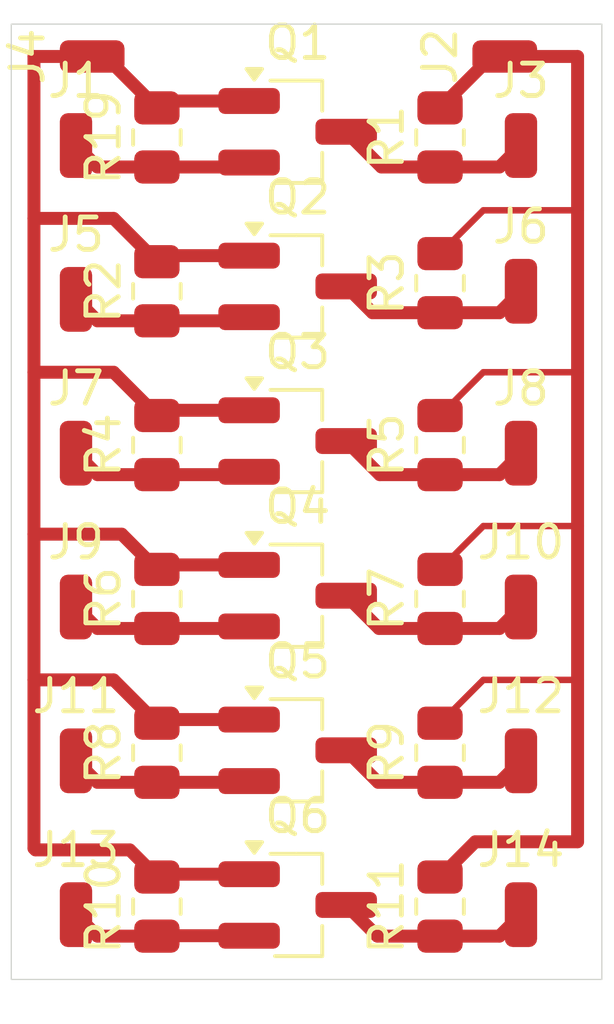
<source format=kicad_pcb>
(kicad_pcb (version 20241229) (generator "pcbnew") (generator_version "9.0")
  (layers (0 "F.Cu" signal "Front") (4 "In1.Cu" signal) (6 "In2.Cu" signal) (2 "B.Cu" signal "Back") (13 "F.Paste" user) (15 "B.Paste" user) (5 "F.SilkS" user "F.Silkscreen") (7 "B.SilkS" user "B.Silkscreen") (1 "F.Mask" user) (3 "B.Mask" user) (25 "Edge.Cuts" user))
  (net 0 "")
  (net 1 "Net-(J1-Pin_1)")
  (net 2 "+5V")
  (net 3 "Net-(J3-Pin_1)")
  (net 4 "+3.3V")
  (net 5 "Net-(J5-Pin_1)")
  (net 6 "Net-(J6-Pin_1)")
  (net 7 "Net-(J7-Pin_1)")
  (net 8 "Net-(J8-Pin_1)")
  (net 9 "Net-(J9-Pin_1)")
  (net 10 "Net-(J10-Pin_1)")
  (net 11 "Net-(J11-Pin_1)")
  (net 12 "Net-(J12-Pin_1)")
  (net 13 "Net-(J13-Pin_1)")
  (net 14 "Net-(J14-Pin_1)")
  (footprint "Resistor_SMD:R_0805_2012Metric" (layer "F.Cu") (at 44.25 23.5 90)
    (property "Reference" "R1" (at 0 -1.65 90) (layer "F.SilkS"))
    (property "Value" "10K")
    (fp_line (start -0.227064 -0.735) (end 0.227064 -0.735) (stroke (width 0.12)) (layer "F.SilkS"))
    (fp_line (start -0.227064 0.735) (end 0.227064 0.735) (stroke (width 0.12)) (layer "F.SilkS"))
    (pad "1" smd roundrect (at -0.9125 0 90) (size 1.025 1.4) (layers "F.Cu" "F.Mask" "F.Paste") (roundrect_rratio 0.243902) (net 3 "Net-(J3-Pin_1)"))
    (pad "2" smd roundrect (at 0.9125 0 90) (size 1.025 1.4) (layers "F.Cu" "F.Mask" "F.Paste") (roundrect_rratio 0.243902) (net 2 "+5V"))
  )
  (footprint "Resistor_SMD:R_0805_2012Metric" (layer "F.Cu") (at 44.25 28 90)
    (property "Reference" "R3" (at 0 -1.65 90) (layer "F.SilkS"))
    (property "Value" "10K")
    (fp_line (start -0.227064 -0.735) (end 0.227064 -0.735) (stroke (width 0.12)) (layer "F.SilkS"))
    (fp_line (start -0.227064 0.735) (end 0.227064 0.735) (stroke (width 0.12)) (layer "F.SilkS"))
    (pad "1" smd roundrect (at -0.9125 0 90) (size 1.025 1.4) (layers "F.Cu" "F.Mask" "F.Paste") (roundrect_rratio 0.243902) (net 6 "Net-(J6-Pin_1)"))
    (pad "2" smd roundrect (at 0.9125 0 90) (size 1.025 1.4) (layers "F.Cu" "F.Mask" "F.Paste") (roundrect_rratio 0.243902) (net 2 "+5V"))
  )
  (footprint "Connector_Wire:SolderWirePad_1x01_SMD_1x2mm" (layer "F.Cu") (at 33 33.25)
    (property "Reference" "J7" (at 0 -2 0) (layer "F.SilkS"))
    (property "Value" "L3")
    (pad "1" smd roundrect (at 0 0) (size 1 2) (layers "F.Cu" "F.Mask") (net 7 "Net-(J7-Pin_1)"))
  )
  (footprint "Connector_Wire:SolderWirePad_1x01_SMD_1x2mm" (layer "F.Cu") (at 46.75 33.25)
    (property "Reference" "J8" (at 0 -2 0) (layer "F.SilkS"))
    (property "Value" "H3")
    (pad "1" smd roundrect (at 0 0) (size 1 2) (layers "F.Cu" "F.Mask") (net 8 "Net-(J8-Pin_1)"))
  )
  (footprint "Connector_Wire:SolderWirePad_1x01_SMD_1x2mm" (layer "F.Cu") (at 33 23.75)
    (property "Reference" "J1" (at 0 -2 0) (layer "F.SilkS"))
    (property "Value" "L1")
    (pad "1" smd roundrect (at 0 0) (size 1 2) (layers "F.Cu" "F.Mask") (net 1 "Net-(J1-Pin_1)"))
  )
  (footprint "Resistor_SMD:R_0805_2012Metric" (layer "F.Cu") (at 35.5 47.25 90)
    (property "Reference" "R10" (at 0 -1.65 90) (layer "F.SilkS"))
    (property "Value" "10K")
    (fp_line (start -0.227064 -0.735) (end 0.227064 -0.735) (stroke (width 0.12)) (layer "F.SilkS"))
    (fp_line (start -0.227064 0.735) (end 0.227064 0.735) (stroke (width 0.12)) (layer "F.SilkS"))
    (pad "1" smd roundrect (at -0.9125 0 90) (size 1.025 1.4) (layers "F.Cu" "F.Mask" "F.Paste") (roundrect_rratio 0.243902) (net 13 "Net-(J13-Pin_1)"))
    (pad "2" smd roundrect (at 0.9125 0 90) (size 1.025 1.4) (layers "F.Cu" "F.Mask" "F.Paste") (roundrect_rratio 0.243902) (net 4 "+3.3V"))
  )
  (footprint "Resistor_SMD:R_0805_2012Metric" (layer "F.Cu") (at 35.5 42.5 90)
    (property "Reference" "R8" (at 0 -1.65 90) (layer "F.SilkS"))
    (property "Value" "10K")
    (fp_line (start -0.227064 -0.735) (end 0.227064 -0.735) (stroke (width 0.12)) (layer "F.SilkS"))
    (fp_line (start -0.227064 0.735) (end 0.227064 0.735) (stroke (width 0.12)) (layer "F.SilkS"))
    (pad "1" smd roundrect (at -0.9125 0 90) (size 1.025 1.4) (layers "F.Cu" "F.Mask" "F.Paste") (roundrect_rratio 0.243902) (net 11 "Net-(J11-Pin_1)"))
    (pad "2" smd roundrect (at 0.9125 0 90) (size 1.025 1.4) (layers "F.Cu" "F.Mask" "F.Paste") (roundrect_rratio 0.243902) (net 4 "+3.3V"))
  )
  (footprint "Connector_Wire:SolderWirePad_1x01_SMD_1x2mm" (layer "F.Cu") (at 46.75 42.75)
    (property "Reference" "J12" (at 0 -2 0) (layer "F.SilkS"))
    (property "Value" "H5")
    (pad "1" smd roundrect (at 0 0) (size 1 2) (layers "F.Cu" "F.Mask") (net 12 "Net-(J12-Pin_1)"))
  )
  (footprint "Connector_Wire:SolderWirePad_1x01_SMD_1x2mm" (layer "F.Cu") (at 33 42.75)
    (property "Reference" "J11" (at 0 -2 0) (layer "F.SilkS"))
    (property "Value" "L5")
    (pad "1" smd roundrect (at 0 0) (size 1 2) (layers "F.Cu" "F.Mask") (net 11 "Net-(J11-Pin_1)"))
  )
  (footprint "Connector_Wire:SolderWirePad_1x01_SMD_1x2mm" (layer "F.Cu") (at 33 28.5)
    (property "Reference" "J5" (at 0 -2 0) (layer "F.SilkS"))
    (property "Value" "L2")
    (pad "1" smd roundrect (at 0 0) (size 1 2) (layers "F.Cu" "F.Mask") (net 5 "Net-(J5-Pin_1)"))
  )
  (footprint "Resistor_SMD:R_0805_2012Metric" (layer "F.Cu") (at 35.5 33 90)
    (property "Reference" "R4" (at 0 -1.65 90) (layer "F.SilkS"))
    (property "Value" "10K")
    (fp_line (start -0.227064 -0.735) (end 0.227064 -0.735) (stroke (width 0.12)) (layer "F.SilkS"))
    (fp_line (start -0.227064 0.735) (end 0.227064 0.735) (stroke (width 0.12)) (layer "F.SilkS"))
    (pad "1" smd roundrect (at -0.9125 0 90) (size 1.025 1.4) (layers "F.Cu" "F.Mask" "F.Paste") (roundrect_rratio 0.243902) (net 7 "Net-(J7-Pin_1)"))
    (pad "2" smd roundrect (at 0.9125 0 90) (size 1.025 1.4) (layers "F.Cu" "F.Mask" "F.Paste") (roundrect_rratio 0.243902) (net 4 "+3.3V"))
  )
  (footprint "Package_TO_SOT_SMD:SOT-23_Handsoldering" (layer "F.Cu") (at 39.85 47.2)
    (property "Reference" "Q6" (at 0 -2.75 0) (layer "F.SilkS"))
    (property "Value" "Q_NMOS_GSD")
    (fp_line (start -0.04 -1.58) (end -0.84 -1.58) (stroke (width 0.12)) (layer "F.SilkS"))
    (fp_line (start -0.04 -1.58) (end 0.76 -1.58) (stroke (width 0.12)) (layer "F.SilkS"))
    (fp_line (start 0.76 -1.58) (end 0.76 -0.65) (stroke (width 0.12)) (layer "F.SilkS"))
    (fp_line (start 0.76 1.58) (end -0.7 1.58) (stroke (width 0.12)) (layer "F.SilkS"))
    (fp_line (start 0.76 1.58) (end 0.76 0.65) (stroke (width 0.12)) (layer "F.SilkS"))
    (fp_poly (pts (xy -1.34 -1.61) (xy -1.58 -1.94) (xy -1.1 -1.94) (xy -1.34 -1.61)) (stroke (width 0.12)) (fill yes) (layer "F.SilkS"))
    (pad "1" smd roundrect (at -1.5 -0.95) (size 1.9 0.8) (layers "F.Cu" "F.Mask" "F.Paste") (net 4 "+3.3V"))
    (pad "2" smd roundrect (at -1.5 0.95) (size 1.9 0.8) (layers "F.Cu" "F.Mask" "F.Paste") (net 13 "Net-(J13-Pin_1)"))
    (pad "3" smd roundrect (at 1.5 0) (size 1.9 0.8) (layers "F.Cu" "F.Mask" "F.Paste") (net 14 "Net-(J14-Pin_1)"))
  )
  (footprint "Connector_Wire:SolderWirePad_1x01_SMD_1x2mm" (layer "F.Cu") (at 33 47.5)
    (property "Reference" "J13" (at 0 -2 0) (layer "F.SilkS"))
    (property "Value" "L6")
    (pad "1" smd roundrect (at 0 0) (size 1 2) (layers "F.Cu" "F.Mask") (net 13 "Net-(J13-Pin_1)"))
  )
  (footprint "Resistor_SMD:R_0805_2012Metric" (layer "F.Cu") (at 35.5 23.5 90)
    (property "Reference" "R19" (at 0 -1.65 90) (layer "F.SilkS"))
    (property "Value" "10K")
    (fp_line (start -0.227064 -0.735) (end 0.227064 -0.735) (stroke (width 0.12)) (layer "F.SilkS"))
    (fp_line (start -0.227064 0.735) (end 0.227064 0.735) (stroke (width 0.12)) (layer "F.SilkS"))
    (pad "1" smd roundrect (at -0.9125 0 90) (size 1.025 1.4) (layers "F.Cu" "F.Mask" "F.Paste") (roundrect_rratio 0.243902) (net 1 "Net-(J1-Pin_1)"))
    (pad "2" smd roundrect (at 0.9125 0 90) (size 1.025 1.4) (layers "F.Cu" "F.Mask" "F.Paste") (roundrect_rratio 0.243902) (net 4 "+3.3V"))
  )
  (footprint "Connector_Wire:SolderWirePad_1x01_SMD_1x2mm" (layer "F.Cu") (at 46.75 38)
    (property "Reference" "J10" (at 0 -2 0) (layer "F.SilkS"))
    (property "Value" "H4")
    (pad "1" smd roundrect (at 0 0) (size 1 2) (layers "F.Cu" "F.Mask") (net 10 "Net-(J10-Pin_1)"))
  )
  (footprint "Package_TO_SOT_SMD:SOT-23_Handsoldering" (layer "F.Cu") (at 39.85 37.65)
    (property "Reference" "Q4" (at 0 -2.75 0) (layer "F.SilkS"))
    (property "Value" "Q_NMOS_GSD")
    (fp_line (start -0.04 -1.58) (end -0.84 -1.58) (stroke (width 0.12)) (layer "F.SilkS"))
    (fp_line (start -0.04 -1.58) (end 0.76 -1.58) (stroke (width 0.12)) (layer "F.SilkS"))
    (fp_line (start 0.76 -1.58) (end 0.76 -0.65) (stroke (width 0.12)) (layer "F.SilkS"))
    (fp_line (start 0.76 1.58) (end -0.7 1.58) (stroke (width 0.12)) (layer "F.SilkS"))
    (fp_line (start 0.76 1.58) (end 0.76 0.65) (stroke (width 0.12)) (layer "F.SilkS"))
    (fp_poly (pts (xy -1.34 -1.61) (xy -1.58 -1.94) (xy -1.1 -1.94) (xy -1.34 -1.61)) (stroke (width 0.12)) (fill yes) (layer "F.SilkS"))
    (pad "1" smd roundrect (at -1.5 -0.95) (size 1.9 0.8) (layers "F.Cu" "F.Mask" "F.Paste") (net 4 "+3.3V"))
    (pad "2" smd roundrect (at -1.5 0.95) (size 1.9 0.8) (layers "F.Cu" "F.Mask" "F.Paste") (net 9 "Net-(J9-Pin_1)"))
    (pad "3" smd roundrect (at 1.5 0) (size 1.9 0.8) (layers "F.Cu" "F.Mask" "F.Paste") (net 10 "Net-(J10-Pin_1)"))
  )
  (footprint "Package_TO_SOT_SMD:SOT-23_Handsoldering" (layer "F.Cu") (at 39.85 28.1)
    (property "Reference" "Q2" (at 0 -2.75 0) (layer "F.SilkS"))
    (property "Value" "Q_NMOS_GSD")
    (fp_line (start -0.04 -1.58) (end -0.84 -1.58) (stroke (width 0.12)) (layer "F.SilkS"))
    (fp_line (start -0.04 -1.58) (end 0.76 -1.58) (stroke (width 0.12)) (layer "F.SilkS"))
    (fp_line (start 0.76 -1.58) (end 0.76 -0.65) (stroke (width 0.12)) (layer "F.SilkS"))
    (fp_line (start 0.76 1.58) (end -0.7 1.58) (stroke (width 0.12)) (layer "F.SilkS"))
    (fp_line (start 0.76 1.58) (end 0.76 0.65) (stroke (width 0.12)) (layer "F.SilkS"))
    (fp_poly (pts (xy -1.34 -1.61) (xy -1.58 -1.94) (xy -1.1 -1.94) (xy -1.34 -1.61)) (stroke (width 0.12)) (fill yes) (layer "F.SilkS"))
    (pad "1" smd roundrect (at -1.5 -0.95) (size 1.9 0.8) (layers "F.Cu" "F.Mask" "F.Paste") (net 4 "+3.3V"))
    (pad "2" smd roundrect (at -1.5 0.95) (size 1.9 0.8) (layers "F.Cu" "F.Mask" "F.Paste") (net 5 "Net-(J5-Pin_1)"))
    (pad "3" smd roundrect (at 1.5 0) (size 1.9 0.8) (layers "F.Cu" "F.Mask" "F.Paste") (net 6 "Net-(J6-Pin_1)"))
  )
  (footprint "Package_TO_SOT_SMD:SOT-23_Handsoldering" (layer "F.Cu") (at 39.85 23.325)
    (property "Reference" "Q1" (at 0 -2.75 0) (layer "F.SilkS"))
    (property "Value" "Q_NMOS_GSD")
    (fp_line (start -0.04 -1.58) (end -0.84 -1.58) (stroke (width 0.12)) (layer "F.SilkS"))
    (fp_line (start -0.04 -1.58) (end 0.76 -1.58) (stroke (width 0.12)) (layer "F.SilkS"))
    (fp_line (start 0.76 -1.58) (end 0.76 -0.65) (stroke (width 0.12)) (layer "F.SilkS"))
    (fp_line (start 0.76 1.58) (end -0.7 1.58) (stroke (width 0.12)) (layer "F.SilkS"))
    (fp_line (start 0.76 1.58) (end 0.76 0.65) (stroke (width 0.12)) (layer "F.SilkS"))
    (fp_poly (pts (xy -1.34 -1.61) (xy -1.58 -1.94) (xy -1.1 -1.94) (xy -1.34 -1.61)) (stroke (width 0.12)) (fill yes) (layer "F.SilkS"))
    (pad "1" smd roundrect (at -1.5 -0.95) (size 1.9 0.8) (layers "F.Cu" "F.Mask" "F.Paste") (net 4 "+3.3V"))
    (pad "2" smd roundrect (at -1.5 0.95) (size 1.9 0.8) (layers "F.Cu" "F.Mask" "F.Paste") (net 1 "Net-(J1-Pin_1)"))
    (pad "3" smd roundrect (at 1.5 0) (size 1.9 0.8) (layers "F.Cu" "F.Mask" "F.Paste") (net 3 "Net-(J3-Pin_1)"))
  )
  (footprint "Package_TO_SOT_SMD:SOT-23_Handsoldering" (layer "F.Cu") (at 39.85 32.875)
    (property "Reference" "Q3" (at 0 -2.75 0) (layer "F.SilkS"))
    (property "Value" "Q_NMOS_GSD")
    (fp_line (start -0.04 -1.58) (end -0.84 -1.58) (stroke (width 0.12)) (layer "F.SilkS"))
    (fp_line (start -0.04 -1.58) (end 0.76 -1.58) (stroke (width 0.12)) (layer "F.SilkS"))
    (fp_line (start 0.76 -1.58) (end 0.76 -0.65) (stroke (width 0.12)) (layer "F.SilkS"))
    (fp_line (start 0.76 1.58) (end -0.7 1.58) (stroke (width 0.12)) (layer "F.SilkS"))
    (fp_line (start 0.76 1.58) (end 0.76 0.65) (stroke (width 0.12)) (layer "F.SilkS"))
    (fp_poly (pts (xy -1.34 -1.61) (xy -1.58 -1.94) (xy -1.1 -1.94) (xy -1.34 -1.61)) (stroke (width 0.12)) (fill yes) (layer "F.SilkS"))
    (pad "1" smd roundrect (at -1.5 -0.95) (size 1.9 0.8) (layers "F.Cu" "F.Mask" "F.Paste") (net 4 "+3.3V"))
    (pad "2" smd roundrect (at -1.5 0.95) (size 1.9 0.8) (layers "F.Cu" "F.Mask" "F.Paste") (net 7 "Net-(J7-Pin_1)"))
    (pad "3" smd roundrect (at 1.5 0) (size 1.9 0.8) (layers "F.Cu" "F.Mask" "F.Paste") (net 8 "Net-(J8-Pin_1)"))
  )
  (footprint "Connector_Wire:SolderWirePad_1x01_SMD_1x2mm" (layer "F.Cu") (at 46.75 23.75)
    (property "Reference" "J3" (at 0 -2 0) (layer "F.SilkS"))
    (property "Value" "H1")
    (pad "1" smd roundrect (at 0 0) (size 1 2) (layers "F.Cu" "F.Mask") (net 3 "Net-(J3-Pin_1)"))
  )
  (footprint "Resistor_SMD:R_0805_2012Metric" (layer "F.Cu") (at 44.25 42.5 90)
    (property "Reference" "R9" (at 0 -1.65 90) (layer "F.SilkS"))
    (property "Value" "10K")
    (fp_line (start -0.227064 -0.735) (end 0.227064 -0.735) (stroke (width 0.12)) (layer "F.SilkS"))
    (fp_line (start -0.227064 0.735) (end 0.227064 0.735) (stroke (width 0.12)) (layer "F.SilkS"))
    (pad "1" smd roundrect (at -0.9125 0 90) (size 1.025 1.4) (layers "F.Cu" "F.Mask" "F.Paste") (roundrect_rratio 0.243902) (net 12 "Net-(J12-Pin_1)"))
    (pad "2" smd roundrect (at 0.9125 0 90) (size 1.025 1.4) (layers "F.Cu" "F.Mask" "F.Paste") (roundrect_rratio 0.243902) (net 2 "+5V"))
  )
  (footprint "Resistor_SMD:R_0805_2012Metric" (layer "F.Cu") (at 44.25 33 90)
    (property "Reference" "R5" (at 0 -1.65 90) (layer "F.SilkS"))
    (property "Value" "10K")
    (fp_line (start -0.227064 -0.735) (end 0.227064 -0.735) (stroke (width 0.12)) (layer "F.SilkS"))
    (fp_line (start -0.227064 0.735) (end 0.227064 0.735) (stroke (width 0.12)) (layer "F.SilkS"))
    (pad "1" smd roundrect (at -0.9125 0 90) (size 1.025 1.4) (layers "F.Cu" "F.Mask" "F.Paste") (roundrect_rratio 0.243902) (net 8 "Net-(J8-Pin_1)"))
    (pad "2" smd roundrect (at 0.9125 0 90) (size 1.025 1.4) (layers "F.Cu" "F.Mask" "F.Paste") (roundrect_rratio 0.243902) (net 2 "+5V"))
  )
  (footprint "Connector_Wire:SolderWirePad_1x01_SMD_1x2mm" (layer "F.Cu") (at 46.75 28.25)
    (property "Reference" "J6" (at 0 -2 0) (layer "F.SilkS"))
    (property "Value" "H2")
    (pad "1" smd roundrect (at 0 0) (size 1 2) (layers "F.Cu" "F.Mask") (net 6 "Net-(J6-Pin_1)"))
  )
  (footprint "Connector_Wire:SolderWirePad_1x01_SMD_1x2mm" (layer "F.Cu") (at 33 38)
    (property "Reference" "J9" (at 0 -2 0) (layer "F.SilkS"))
    (property "Value" "L4")
    (pad "1" smd roundrect (at 0 0) (size 1 2) (layers "F.Cu" "F.Mask") (net 9 "Net-(J9-Pin_1)"))
  )
  (footprint "Connector_Wire:SolderWirePad_1x01_SMD_1x2mm" (layer "F.Cu") (at 46.25 21 90)
    (property "Reference" "J2" (at 0 -2 90) (layer "F.SilkS"))
    (property "Value" "5V")
    (pad "1" smd roundrect (at 0 0 90) (size 1 2) (layers "F.Cu" "F.Mask") (net 2 "+5V"))
  )
  (footprint "Resistor_SMD:R_0805_2012Metric" (layer "F.Cu") (at 35.5 28.25 90)
    (property "Reference" "R2" (at 0 -1.65 90) (layer "F.SilkS"))
    (property "Value" "10K")
    (fp_line (start -0.227064 -0.735) (end 0.227064 -0.735) (stroke (width 0.12)) (layer "F.SilkS"))
    (fp_line (start -0.227064 0.735) (end 0.227064 0.735) (stroke (width 0.12)) (layer "F.SilkS"))
    (pad "1" smd roundrect (at -0.9125 0 90) (size 1.025 1.4) (layers "F.Cu" "F.Mask" "F.Paste") (roundrect_rratio 0.243902) (net 5 "Net-(J5-Pin_1)"))
    (pad "2" smd roundrect (at 0.9125 0 90) (size 1.025 1.4) (layers "F.Cu" "F.Mask" "F.Paste") (roundrect_rratio 0.243902) (net 4 "+3.3V"))
  )
  (footprint "Resistor_SMD:R_0805_2012Metric" (layer "F.Cu") (at 35.5 37.75 90)
    (property "Reference" "R6" (at 0 -1.65 90) (layer "F.SilkS"))
    (property "Value" "10K")
    (fp_line (start -0.227064 -0.735) (end 0.227064 -0.735) (stroke (width 0.12)) (layer "F.SilkS"))
    (fp_line (start -0.227064 0.735) (end 0.227064 0.735) (stroke (width 0.12)) (layer "F.SilkS"))
    (pad "1" smd roundrect (at -0.9125 0 90) (size 1.025 1.4) (layers "F.Cu" "F.Mask" "F.Paste") (roundrect_rratio 0.243902) (net 9 "Net-(J9-Pin_1)"))
    (pad "2" smd roundrect (at 0.9125 0 90) (size 1.025 1.4) (layers "F.Cu" "F.Mask" "F.Paste") (roundrect_rratio 0.243902) (net 4 "+3.3V"))
  )
  (footprint "Resistor_SMD:R_0805_2012Metric" (layer "F.Cu") (at 44.25 37.75 90)
    (property "Reference" "R7" (at 0 -1.65 90) (layer "F.SilkS"))
    (property "Value" "10K")
    (fp_line (start -0.227064 -0.735) (end 0.227064 -0.735) (stroke (width 0.12)) (layer "F.SilkS"))
    (fp_line (start -0.227064 0.735) (end 0.227064 0.735) (stroke (width 0.12)) (layer "F.SilkS"))
    (pad "1" smd roundrect (at -0.9125 0 90) (size 1.025 1.4) (layers "F.Cu" "F.Mask" "F.Paste") (roundrect_rratio 0.243902) (net 10 "Net-(J10-Pin_1)"))
    (pad "2" smd roundrect (at 0.9125 0 90) (size 1.025 1.4) (layers "F.Cu" "F.Mask" "F.Paste") (roundrect_rratio 0.243902) (net 2 "+5V"))
  )
  (footprint "Connector_Wire:SolderWirePad_1x01_SMD_1x2mm" (layer "F.Cu") (at 46.75 47.5)
    (property "Reference" "J14" (at 0 -2 0) (layer "F.SilkS"))
    (property "Value" "H6")
    (pad "1" smd roundrect (at 0 0) (size 1 2) (layers "F.Cu" "F.Mask") (net 14 "Net-(J14-Pin_1)"))
  )
  (footprint "Package_TO_SOT_SMD:SOT-23_Handsoldering" (layer "F.Cu") (at 39.85 42.425)
    (property "Reference" "Q5" (at 0 -2.75 0) (layer "F.SilkS"))
    (property "Value" "Q_NMOS_GSD")
    (fp_line (start -0.04 -1.58) (end -0.84 -1.58) (stroke (width 0.12)) (layer "F.SilkS"))
    (fp_line (start -0.04 -1.58) (end 0.76 -1.58) (stroke (width 0.12)) (layer "F.SilkS"))
    (fp_line (start 0.76 -1.58) (end 0.76 -0.65) (stroke (width 0.12)) (layer "F.SilkS"))
    (fp_line (start 0.76 1.58) (end -0.7 1.58) (stroke (width 0.12)) (layer "F.SilkS"))
    (fp_line (start 0.76 1.58) (end 0.76 0.65) (stroke (width 0.12)) (layer "F.SilkS"))
    (fp_poly (pts (xy -1.34 -1.61) (xy -1.58 -1.94) (xy -1.1 -1.94) (xy -1.34 -1.61)) (stroke (width 0.12)) (fill yes) (layer "F.SilkS"))
    (pad "1" smd roundrect (at -1.5 -0.95) (size 1.9 0.8) (layers "F.Cu" "F.Mask" "F.Paste") (net 4 "+3.3V"))
    (pad "2" smd roundrect (at -1.5 0.95) (size 1.9 0.8) (layers "F.Cu" "F.Mask" "F.Paste") (net 11 "Net-(J11-Pin_1)"))
    (pad "3" smd roundrect (at 1.5 0) (size 1.9 0.8) (layers "F.Cu" "F.Mask" "F.Paste") (net 12 "Net-(J12-Pin_1)"))
  )
  (footprint "Connector_Wire:SolderWirePad_1x01_SMD_1x2mm" (layer "F.Cu") (at 33.5 21 90)
    (property "Reference" "J4" (at 0 -2 90) (layer "F.SilkS"))
    (property "Value" "3.3V")
    (pad "1" smd roundrect (at 0 0 90) (size 1 2) (layers "F.Cu" "F.Mask") (net 4 "+3.3V"))
  )
  (footprint "Resistor_SMD:R_0805_2012Metric" (layer "F.Cu") (at 44.25 47.25 90)
    (property "Reference" "R11" (at 0 -1.65 90) (layer "F.SilkS"))
    (property "Value" "10K")
    (fp_line (start -0.227064 -0.735) (end 0.227064 -0.735) (stroke (width 0.12)) (layer "F.SilkS"))
    (fp_line (start -0.227064 0.735) (end 0.227064 0.735) (stroke (width 0.12)) (layer "F.SilkS"))
    (pad "1" smd roundrect (at -0.9125 0 90) (size 1.025 1.4) (layers "F.Cu" "F.Mask" "F.Paste") (roundrect_rratio 0.243902) (net 14 "Net-(J14-Pin_1)"))
    (pad "2" smd roundrect (at 0.9125 0 90) (size 1.025 1.4) (layers "F.Cu" "F.Mask" "F.Paste") (roundrect_rratio 0.243902) (net 2 "+5V"))
  )
  (gr_rect (start 31 20) (end 49.25 49.5) (stroke (width 0.0381)) (fill no) (layer "Edge.Cuts"))
  (segment (start 33.6625 24.4125) (end 33 23.75) (width 0.4) (layer "F.Cu") (net 1))
  (segment (start 38.2125 24.4125) (end 38.35 24.275) (width 0.4) (layer "F.Cu") (net 1))
  (segment (start 35.5 24.4125) (end 33.6625 24.4125) (width 0.4) (layer "F.Cu") (net 1))
  (segment (start 35.5 24.4125) (end 38.2125 24.4125) (width 0.4) (layer "F.Cu") (net 1))
  (segment (start 46.25 21) (end 45.8375 21) (width 0.4) (layer "F.Cu") (net 2))
  (segment (start 44.25 36.8375) (end 45.5875 35.5) (width 0.2) (layer "F.Cu") (net 2))
  (segment (start 48.5 45.25) (end 45.3375 45.25) (width 0.4) (layer "F.Cu") (net 2))
  (segment (start 45.3375 45.25) (end 44.25 46.3375) (width 0.4) (layer "F.Cu") (net 2))
  (segment (start 45.5875 40.25) (end 48.5 40.25) (width 0.2) (layer "F.Cu") (net 2))
  (segment (start 44.25 41.5875) (end 45.5875 40.25) (width 0.2) (layer "F.Cu") (net 2))
  (segment (start 45.8375 21) (end 44.25 22.5875) (width 0.4) (layer "F.Cu") (net 2))
  (segment (start 46.25 21) (end 48.5 21) (width 0.4) (layer "F.Cu") (net 2))
  (segment (start 45.5875 25.75) (end 48.5 25.75) (width 0.2) (layer "F.Cu") (net 2))
  (segment (start 48.5 25.75) (end 48.5 30.75) (width 0.4) (layer "F.Cu") (net 2))
  (segment (start 44.25 27.0875) (end 45.5875 25.75) (width 0.2) (layer "F.Cu") (net 2))
  (segment (start 48.5 35.5) (end 48.5 40.25) (width 0.4) (layer "F.Cu") (net 2))
  (segment (start 48.5 40.25) (end 48.5 45.25) (width 0.4) (layer "F.Cu") (net 2))
  (segment (start 48.5 21) (end 48.5 25.75) (width 0.4) (layer "F.Cu") (net 2))
  (segment (start 45.5875 30.75) (end 48.5 30.75) (width 0.2) (layer "F.Cu") (net 2))
  (segment (start 48.5 30.75) (end 48.5 35.5) (width 0.4) (layer "F.Cu") (net 2))
  (segment (start 44.25 32.0875) (end 45.5875 30.75) (width 0.2) (layer "F.Cu") (net 2))
  (segment (start 45.5875 35.5) (end 48.5 35.5) (width 0.2) (layer "F.Cu") (net 2))
  (segment (start 46.0875 24.4125) (end 46.75 23.75) (width 0.4) (layer "F.Cu") (net 3))
  (segment (start 42.4375 24.4125) (end 44.25 24.4125) (width 0.4) (layer "F.Cu") (net 3))
  (segment (start 41.35 23.325) (end 42.4375 24.4125) (width 0.4) (layer "F.Cu") (net 3))
  (segment (start 44.25 24.4125) (end 46.0875 24.4125) (width 0.4) (layer "F.Cu") (net 3))
  (segment (start 35.5 41.5875) (end 34.1625 40.25) (width 0.4) (layer "F.Cu") (net 4))
  (segment (start 31.701 45.451) (end 31.75 45.5) (width 0.4) (layer "F.Cu") (net 4))
  (segment (start 31.701 30.75) (end 31.701 35.75) (width 0.4) (layer "F.Cu") (net 4))
  (segment (start 31.701 21) (end 31.701 26) (width 0.4) (layer "F.Cu") (net 4))
  (segment (start 35.5 27.3375) (end 34.1625 26) (width 0.4) (layer "F.Cu") (net 4))
  (segment (start 35.7125 22.375) (end 35.5 22.5875) (width 0.4) (layer "F.Cu") (net 4))
  (segment (start 35.5875 46.25) (end 38.35 46.25) (width 0.4) (layer "F.Cu") (net 4))
  (segment (start 34.1625 26) (end 31.701 26) (width 0.4) (layer "F.Cu") (net 4))
  (segment (start 33.9125 21) (end 35.5 22.5875) (width 0.4) (layer "F.Cu") (net 4))
  (segment (start 35.5 46.3375) (end 35.5875 46.25) (width 0.4) (layer "F.Cu") (net 4))
  (segment (start 34.1625 40.25) (end 31.701 40.25) (width 0.4) (layer "F.Cu") (net 4))
  (segment (start 34.1625 30.75) (end 31.701 30.75) (width 0.4) (layer "F.Cu") (net 4))
  (segment (start 35.5 32.0875) (end 35.6625 31.925) (width 0.4) (layer "F.Cu") (net 4))
  (segment (start 35.6875 27.15) (end 38.35 27.15) (width 0.4) (layer "F.Cu") (net 4))
  (segment (start 35.5 36.8375) (end 35.6375 36.7) (width 0.4) (layer "F.Cu") (net 4))
  (segment (start 31.75 45.5) (end 34.6625 45.5) (width 0.4) (layer "F.Cu") (net 4))
  (segment (start 35.6125 41.475) (end 38.35 41.475) (width 0.4) (layer "F.Cu") (net 4))
  (segment (start 31.701 40.25) (end 31.701 45.451) (width 0.4) (layer "F.Cu") (net 4))
  (segment (start 31.701 26) (end 31.701 30.75) (width 0.4) (layer "F.Cu") (net 4))
  (segment (start 35.5 27.3375) (end 35.6875 27.15) (width 0.4) (layer "F.Cu") (net 4))
  (segment (start 35.6625 31.925) (end 38.35 31.925) (width 0.4) (layer "F.Cu") (net 4))
  (segment (start 34.4125 35.75) (end 31.701 35.75) (width 0.4) (layer "F.Cu") (net 4))
  (segment (start 35.5 41.5875) (end 35.6125 41.475) (width 0.4) (layer "F.Cu") (net 4))
  (segment (start 35.5 32.0875) (end 34.1625 30.75) (width 0.4) (layer "F.Cu") (net 4))
  (segment (start 33.5 21) (end 33.9125 21) (width 0.4) (layer "F.Cu") (net 4))
  (segment (start 34.6625 45.5) (end 35.5 46.3375) (width 0.4) (layer "F.Cu") (net 4))
  (segment (start 35.5 36.8375) (end 34.4125 35.75) (width 0.4) (layer "F.Cu") (net 4))
  (segment (start 33.5 21) (end 31.701 21) (width 0.4) (layer "F.Cu") (net 4))
  (segment (start 38.35 22.375) (end 35.7125 22.375) (width 0.4) (layer "F.Cu") (net 4))
  (segment (start 35.6375 36.7) (end 38.35 36.7) (width 0.4) (layer "F.Cu") (net 4))
  (segment (start 31.701 35.75) (end 31.701 40.25) (width 0.4) (layer "F.Cu") (net 4))
  (segment (start 38.2375 29.1625) (end 35.5 29.1625) (width 0.4) (layer "F.Cu") (net 5))
  (segment (start 33.6625 29.1625) (end 33 28.5) (width 0.4) (layer "F.Cu") (net 5))
  (segment (start 38.35 29.05) (end 38.2375 29.1625) (width 0.4) (layer "F.Cu") (net 5))
  (segment (start 35.5 29.1625) (end 33.6625 29.1625) (width 0.4) (layer "F.Cu") (net 5))
  (segment (start 41.35 28.1) (end 42.1625 28.9125) (width 0.4) (layer "F.Cu") (net 6))
  (segment (start 44.25 28.9125) (end 46.0875 28.9125) (width 0.4) (layer "F.Cu") (net 6))
  (segment (start 46.0875 28.9125) (end 46.75 28.25) (width 0.4) (layer "F.Cu") (net 6))
  (segment (start 42.1625 28.9125) (end 44.25 28.9125) (width 0.4) (layer "F.Cu") (net 6))
  (segment (start 35.5 33.9125) (end 33.6625 33.9125) (width 0.4) (layer "F.Cu") (net 7))
  (segment (start 33.6625 33.9125) (end 33 33.25) (width 0.4) (layer "F.Cu") (net 7))
  (segment (start 38.2625 33.9125) (end 35.5 33.9125) (width 0.4) (layer "F.Cu") (net 7))
  (segment (start 38.35 33.825) (end 38.2625 33.9125) (width 0.4) (layer "F.Cu") (net 7))
  (segment (start 46.0875 33.9125) (end 46.75 33.25) (width 0.4) (layer "F.Cu") (net 8))
  (segment (start 42.3875 33.9125) (end 44.25 33.9125) (width 0.4) (layer "F.Cu") (net 8))
  (segment (start 41.35 32.875) (end 42.3875 33.9125) (width 0.4) (layer "F.Cu") (net 8))
  (segment (start 44.25 33.9125) (end 46.0875 33.9125) (width 0.4) (layer "F.Cu") (net 8))
  (segment (start 35.5 38.6625) (end 33.6625 38.6625) (width 0.4) (layer "F.Cu") (net 9))
  (segment (start 38.2875 38.6625) (end 35.5 38.6625) (width 0.4) (layer "F.Cu") (net 9))
  (segment (start 33.6625 38.6625) (end 33 38) (width 0.4) (layer "F.Cu") (net 9))
  (segment (start 38.35 38.6) (end 38.2875 38.6625) (width 0.4) (layer "F.Cu") (net 9))
  (segment (start 41.35 37.65) (end 42.3625 38.6625) (width 0.4) (layer "F.Cu") (net 10))
  (segment (start 44.25 38.6625) (end 46.0875 38.6625) (width 0.4) (layer "F.Cu") (net 10))
  (segment (start 42.3625 38.6625) (end 44.25 38.6625) (width 0.4) (layer "F.Cu") (net 10))
  (segment (start 46.0875 38.6625) (end 46.75 38) (width 0.4) (layer "F.Cu") (net 10))
  (segment (start 38.35 43.375) (end 38.3125 43.4125) (width 0.4) (layer "F.Cu") (net 11))
  (segment (start 33.6625 43.4125) (end 33 42.75) (width 0.4) (layer "F.Cu") (net 11))
  (segment (start 35.5 43.4125) (end 33.6625 43.4125) (width 0.4) (layer "F.Cu") (net 11))
  (segment (start 38.3125 43.4125) (end 35.5 43.4125) (width 0.4) (layer "F.Cu") (net 11))
  (segment (start 44.25 43.4125) (end 46.0875 43.4125) (width 0.4) (layer "F.Cu") (net 12))
  (segment (start 46.0875 43.4125) (end 46.75 42.75) (width 0.4) (layer "F.Cu") (net 12))
  (segment (start 42.3375 43.4125) (end 44.25 43.4125) (width 0.4) (layer "F.Cu") (net 12))
  (segment (start 41.35 42.425) (end 42.3375 43.4125) (width 0.4) (layer "F.Cu") (net 12))
  (segment (start 33.6625 48.1625) (end 33 47.5) (width 0.4) (layer "F.Cu") (net 13))
  (segment (start 38.35 48.15) (end 35.5125 48.15) (width 0.4) (layer "F.Cu") (net 13))
  (segment (start 35.5125 48.15) (end 35.5 48.1625) (width 0.4) (layer "F.Cu") (net 13))
  (segment (start 35.5 48.1625) (end 33.6625 48.1625) (width 0.4) (layer "F.Cu") (net 13))
  (segment (start 41.35 47.2) (end 42.3125 48.1625) (width 0.4) (layer "F.Cu") (net 14))
  (segment (start 46.0875 48.1625) (end 46.75 47.5) (width 0.4) (layer "F.Cu") (net 14))
  (segment (start 42.3125 48.1625) (end 44.25 48.1625) (width 0.4) (layer "F.Cu") (net 14))
  (segment (start 44.25 48.1625) (end 46.0875 48.1625) (width 0.4) (layer "F.Cu") (net 14))
)
</source>
